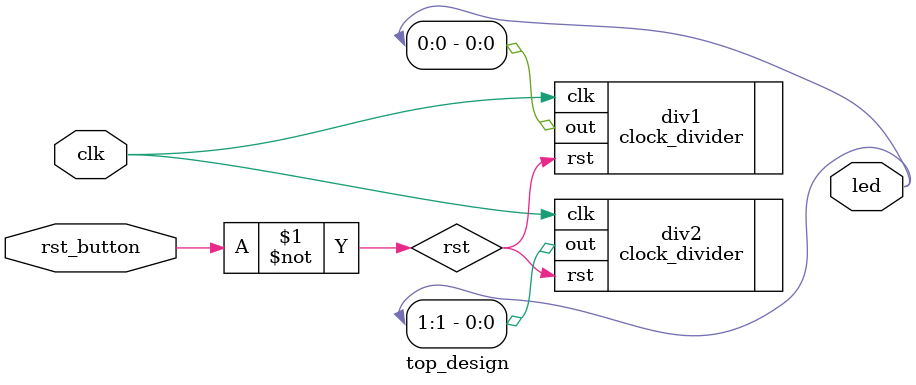
<source format=v>
module top_design(
	input clk,
	input rst_button,

	output[1:0] led
);

	wire rst;

	assign rst = ~rst_button;

	clock_divider #(.COUNT_WIDTH(32), .MAX_COUNT(1500000)) div1(
		.clk(clk),
		.rst(rst),
		.out(led[0])
	);
	//defparam div1.COUNT_WIDTH = 32;
	//defparam div1.MAX_COUNT = 1500000;
	
	clock_divider div2(
		.clk(clk),
		.rst(rst),
		.out(led[1])
	);

endmodule

</source>
